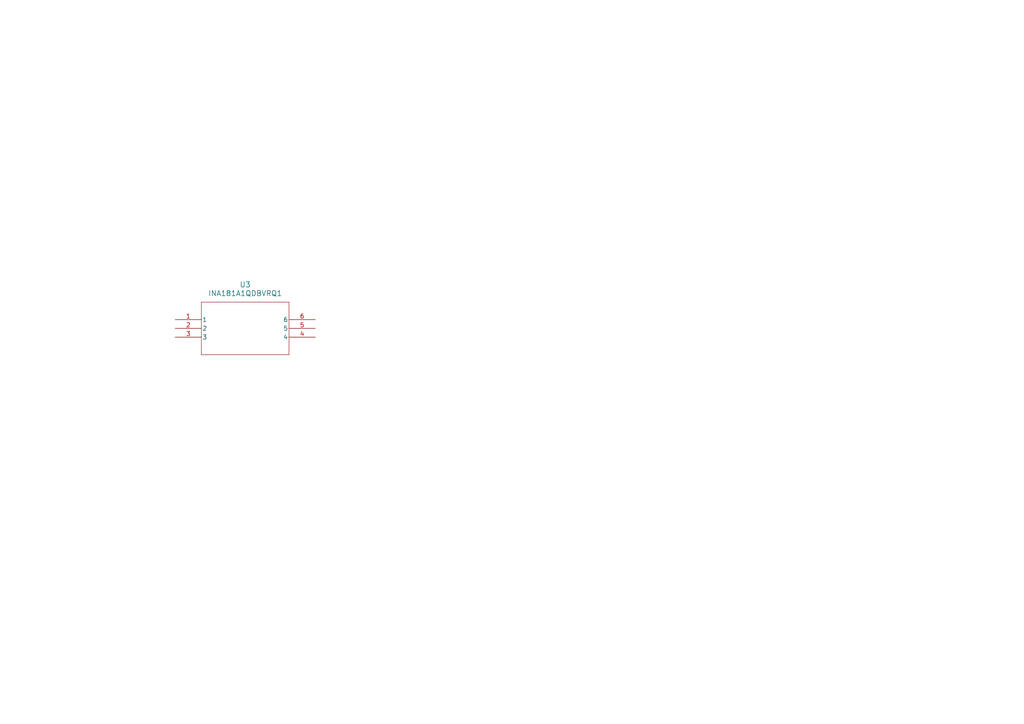
<source format=kicad_sch>
(kicad_sch (version 20231120) (generator "eeschema") (generator_version "8.0")
  (paper "A4")
  (lib_symbols
    (symbol "smv:INA181A1QDBVRQ1" (pin_names (offset 0.254))
      (property "Reference" "U" (at 20.32 10.16 0))
      (property "Value" "INA181A1QDBVRQ1" (at 20.32 7.62 0))
      (symbol "INA181A1QDBVRQ1_0_1"
        (polyline (pts (xy 7.62 -10.16) (xy 33.02 -10.16)) (stroke (width 0.127)))
        (polyline (pts (xy 7.62 5.08) (xy 7.62 -10.16)) (stroke (width 0.127)))
        (polyline (pts (xy 33.02 -10.16) (xy 33.02 5.08)) (stroke (width 0.127)))
        (polyline (pts (xy 33.02 5.08) (xy 7.62 5.08)) (stroke (width 0.127)))
        (pin unspecified line (at 0 0 0) (length 7.62) (name "1") (number "1"))
        (pin unspecified line (at 0 -2.54 0) (length 7.62) (name "2") (number "2"))
        (pin unspecified line (at 0 -5.08 0) (length 7.62) (name "3") (number "3"))
        (pin unspecified line (at 40.64 -5.08 180) (length 7.62) (name "4") (number "4"))
        (pin unspecified line (at 40.64 -2.54 180) (length 7.62) (name "5") (number "5"))
        (pin unspecified line (at 40.64 0 180) (length 7.62) (name "6") (number "6"))
      )
    )
  )
  (symbol (lib_id "smv:INA181A1QDBVRQ1") (at 50.8 92.71 0) (unit 1)
    (property "Reference" "U3" (at 71.12 82.55 0) (effects (font (size 1.524 1.524))))
    (property "Value" "INA181A1QDBVRQ1" (at 71.12 85.09 0) (effects (font (size 1.524 1.524))))
    (property "Footprint" "SOIC_DBVRQ1_TEX" (effects (hide yes)))
    (property "Datasheet" "INA181A1QDBVRQ1" (effects (hide yes)))
  )
)
</source>
